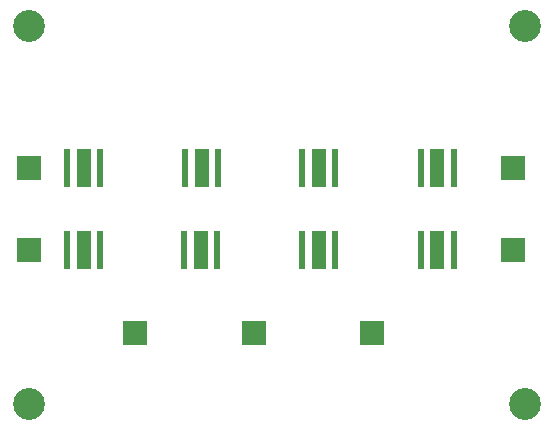
<source format=gbr>
%TF.GenerationSoftware,KiCad,Pcbnew,8.0.2*%
%TF.CreationDate,2024-10-27T20:36:43-03:00*%
%TF.ProjectId,LumiCom_Led,4c756d69-436f-46d5-9f4c-65642e6b6963,rev?*%
%TF.SameCoordinates,Original*%
%TF.FileFunction,Soldermask,Top*%
%TF.FilePolarity,Negative*%
%FSLAX46Y46*%
G04 Gerber Fmt 4.6, Leading zero omitted, Abs format (unit mm)*
G04 Created by KiCad (PCBNEW 8.0.2) date 2024-10-27 20:36:43*
%MOMM*%
%LPD*%
G01*
G04 APERTURE LIST*
%ADD10R,0.508000X3.302000*%
%ADD11R,1.295400X3.302000*%
%ADD12R,2.000000X2.000000*%
%ADD13C,2.700000*%
G04 APERTURE END LIST*
D10*
%TO.C,LED3*%
X164936500Y-103000000D03*
D11*
X163539500Y-103000000D03*
D10*
X162142500Y-103000000D03*
%TD*%
%TO.C,LED2*%
X154936500Y-103000000D03*
D11*
X153539500Y-103000000D03*
D10*
X152142500Y-103000000D03*
%TD*%
%TO.C,LED4*%
X174936500Y-103000000D03*
D11*
X173539500Y-103000000D03*
D10*
X172142500Y-103000000D03*
%TD*%
D12*
%TO.C,TP6*%
X158000000Y-110000000D03*
%TD*%
D13*
%TO.C,H2*%
X181000000Y-116000000D03*
%TD*%
D10*
%TO.C,LED7*%
X164936500Y-96000000D03*
D11*
X163539500Y-96000000D03*
D10*
X162142500Y-96000000D03*
%TD*%
D13*
%TO.C,H4*%
X181000000Y-84000000D03*
%TD*%
D12*
%TO.C,TP4*%
X180000000Y-96000000D03*
%TD*%
%TO.C,TP2*%
X139000000Y-103000000D03*
%TD*%
D13*
%TO.C,H1*%
X139000000Y-84000000D03*
%TD*%
D12*
%TO.C,TP3*%
X139000000Y-96000000D03*
%TD*%
D13*
%TO.C,H3*%
X139000000Y-116000000D03*
%TD*%
D10*
%TO.C,LED1*%
X145000000Y-103000000D03*
D11*
X143603000Y-103000000D03*
D10*
X142206000Y-103000000D03*
%TD*%
D12*
%TO.C,TP7*%
X168000000Y-110000000D03*
%TD*%
D10*
%TO.C,LED8*%
X174936500Y-96000000D03*
D11*
X173539500Y-96000000D03*
D10*
X172142500Y-96000000D03*
%TD*%
D12*
%TO.C,TP5*%
X148000000Y-110000000D03*
%TD*%
D10*
%TO.C,LED6*%
X155000000Y-96000000D03*
D11*
X153603000Y-96000000D03*
D10*
X152206000Y-96000000D03*
%TD*%
D12*
%TO.C,TP1*%
X180000000Y-103000000D03*
%TD*%
D10*
%TO.C,LED5*%
X145000000Y-96000000D03*
D11*
X143603000Y-96000000D03*
D10*
X142206000Y-96000000D03*
%TD*%
M02*

</source>
